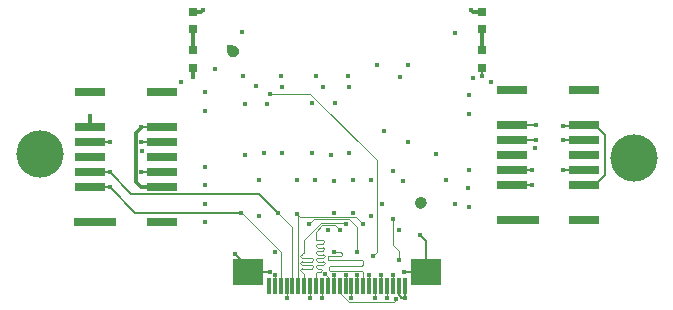
<source format=gbl>
G04*
G04 #@! TF.GenerationSoftware,Altium Limited,Altium Designer,19.0.11 (319)*
G04*
G04 Layer_Physical_Order=4*
G04 Layer_Color=16711680*
%FSLAX44Y44*%
%MOMM*%
G71*
G01*
G75*
%ADD10C,0.2000*%
%ADD12C,0.1000*%
%ADD25R,0.3000X1.4000*%
%ADD26R,2.6500X2.3000*%
%ADD40C,1.0000*%
%ADD41C,0.3000*%
%ADD42C,4.0000*%
%ADD43C,0.4500*%
%ADD44R,2.6000X0.8000*%
%ADD45R,2.6000X0.7000*%
%ADD46R,3.6000X0.8000*%
%ADD47R,0.8000X0.8000*%
D10*
X325500Y8603D02*
X327389Y6714D01*
Y6500D02*
Y6714D01*
Y6500D02*
X330500D01*
X325500Y8603D02*
Y16000D01*
X343250Y59500D02*
X348250Y54500D01*
Y28500D02*
Y54500D01*
X190962Y35288D02*
Y39538D01*
Y35288D02*
X197750Y28500D01*
X187250Y43250D02*
X190962Y39538D01*
X395750Y194000D02*
Y201250D01*
X197750Y28500D02*
X216250D01*
X329750D02*
X348250D01*
X441450Y139700D02*
X441500Y139750D01*
X421250Y139700D02*
X441450D01*
X421250Y152400D02*
X441500D01*
X330500Y6500D02*
Y16000D01*
X206989Y94511D02*
X223250Y78250D01*
X99039Y94511D02*
X206989D01*
X81000Y112550D02*
X99039Y94511D01*
X191750Y78500D02*
X192250Y78000D01*
X102350Y78500D02*
X191750D01*
X81000Y99850D02*
X102350Y78500D01*
X107500Y112650D02*
X124700D01*
X107500Y138050D02*
X124700D01*
X107500Y150750D02*
X124700D01*
X63800Y137950D02*
X81000D01*
X63800Y112550D02*
X81000D01*
X63800Y99850D02*
X81000D01*
X465000Y114350D02*
X482200D01*
X465000Y139750D02*
X482200D01*
X500250Y110100D02*
Y143900D01*
X491750Y152400D02*
X500250Y143900D01*
X481850Y152000D02*
X482250Y152400D01*
X491750D01*
Y101600D02*
X500250Y110100D01*
X482250Y101600D02*
X491750D01*
X421300Y101550D02*
X438500D01*
X421300Y114250D02*
X438500D01*
X421250Y114300D02*
X421300Y114250D01*
X482150Y101500D02*
X482250Y101600D01*
X465000Y152000D02*
X481850D01*
D12*
X244000Y43000D02*
G03*
X245500Y44500I0J1500D01*
G01*
X243889Y43000D02*
G03*
X242389Y41500I0J-1500D01*
G01*
D02*
G03*
X243889Y40000I1500J0D01*
G01*
X253500Y38500D02*
G03*
X252000Y40000I-1500J0D01*
G01*
Y37000D02*
G03*
X253500Y38500I0J1500D01*
G01*
X243889Y37000D02*
G03*
X242389Y35500I0J-1500D01*
G01*
D02*
G03*
X243889Y34000I1500J0D01*
G01*
X253500Y32500D02*
G03*
X252000Y34000I-1500J0D01*
G01*
Y31000D02*
G03*
X253500Y32500I0J1500D01*
G01*
X243889Y31000D02*
G03*
X242389Y29500I0J-1500D01*
G01*
D02*
G03*
X243889Y28000I1500J0D01*
G01*
X245500Y26500D02*
G03*
X244000Y28000I-1500J0D01*
G01*
X255500Y55750D02*
G03*
X256250Y55000I750J0D01*
G01*
X263250Y53500D02*
G03*
X261750Y55000I-1500J0D01*
G01*
Y52000D02*
G03*
X263250Y53500I0J1500D01*
G01*
X257000Y52000D02*
G03*
X255500Y50500I0J-1500D01*
G01*
D02*
G03*
X257000Y49000I1500J0D01*
G01*
X263250Y47500D02*
G03*
X261750Y49000I-1500J0D01*
G01*
Y46000D02*
G03*
X263250Y47500I0J1500D01*
G01*
X257000Y46000D02*
G03*
X255500Y44500I0J-1500D01*
G01*
D02*
G03*
X257000Y43000I1500J0D01*
G01*
X263250Y41500D02*
G03*
X261750Y43000I-1500J0D01*
G01*
Y40000D02*
G03*
X263250Y41500I0J1500D01*
G01*
X257000Y40000D02*
G03*
X255500Y38500I0J-1500D01*
G01*
D02*
G03*
X257000Y37000I1500J0D01*
G01*
X263250Y35500D02*
G03*
X261750Y37000I-1500J0D01*
G01*
Y34000D02*
G03*
X263250Y35500I0J1500D01*
G01*
X257000Y34000D02*
G03*
X255500Y32500I0J-1500D01*
G01*
D02*
G03*
X257000Y31000I1500J0D01*
G01*
X261020Y29500D02*
G03*
X259520Y31000I-1500J0D01*
G01*
Y28000D02*
G03*
X261020Y29500I0J1500D01*
G01*
X257000Y28000D02*
G03*
X255500Y26500I0J-1500D01*
G01*
X260028Y69528D02*
X280222D01*
X245500Y55000D02*
X260028Y69528D01*
X245500Y46250D02*
Y55000D01*
Y16000D02*
Y26500D01*
Y46000D02*
Y46250D01*
Y44500D02*
Y46000D01*
X243889Y43000D02*
X244000D01*
X243889Y40000D02*
X245500D01*
X252000D01*
X245500Y37000D02*
X252000D01*
X243889D02*
X245500D01*
X243889Y34000D02*
X245500D01*
X252000D01*
X245500Y31000D02*
X252000D01*
X243889D02*
X245500D01*
X243889Y28000D02*
X244000D01*
X271861Y67639D02*
X275500Y64000D01*
X260811Y67639D02*
X271861D01*
X255500Y62329D02*
X260811Y67639D01*
X255500Y55750D02*
Y62329D01*
Y16000D02*
Y23500D01*
X256250Y55000D02*
X261750D01*
X257000Y52000D02*
X261750D01*
X257000Y49000D02*
X261750D01*
X257000Y46000D02*
X261750D01*
X257000Y43000D02*
X261750D01*
X257000Y40000D02*
X261750D01*
X257000Y37000D02*
X261750D01*
X257000Y34000D02*
X261750D01*
X257000Y31000D02*
X259520D01*
X257000Y28000D02*
X259520D01*
X255500Y25000D02*
Y26500D01*
Y23500D02*
Y25000D01*
X265750Y42000D02*
X276750D01*
X276414Y45000D02*
X277500Y43914D01*
X270500Y45000D02*
X276414D01*
X277500Y42750D02*
Y43914D01*
X276750Y42000D02*
X277500Y42750D01*
X265250Y41500D02*
X265750Y42000D01*
X265250Y39000D02*
Y41500D01*
Y39000D02*
X265750Y38500D01*
X294500D01*
X295500Y37500D01*
Y34750D02*
Y37500D01*
X294500Y33750D02*
X295500Y34750D01*
X267250Y33750D02*
X294500D01*
X266418Y32918D02*
X267250Y33750D01*
X266418Y30332D02*
Y32918D01*
Y30332D02*
X267250Y29500D01*
X294250D01*
X295500Y28250D01*
X289222Y74778D02*
X295500Y68500D01*
X241972Y74778D02*
X289222D01*
X290500Y45000D02*
Y66182D01*
X240500Y76250D02*
X241972Y74778D01*
X239000Y77750D02*
X240500Y76250D01*
Y16000D02*
Y76250D01*
X306750Y45250D02*
Y123000D01*
X250750Y179000D02*
X306750Y123000D01*
X216500Y179000D02*
X250750D01*
X303500Y42000D02*
X306750Y45250D01*
X192250Y78000D02*
X192646D01*
X225500Y16000D02*
Y45146D01*
X283793Y72889D02*
X290500Y66182D01*
X253889Y72889D02*
X283793D01*
X249750Y68750D02*
X253889Y72889D01*
X295500Y16000D02*
Y28250D01*
X263500Y26250D02*
X265500Y24250D01*
Y16000D02*
Y24250D01*
X260500Y6500D02*
Y16000D01*
X223250Y78250D02*
X235500Y66000D01*
X280222Y69528D02*
X280500Y69250D01*
X235500Y16000D02*
Y66000D01*
X192646Y78000D02*
X225500Y45146D01*
X325750Y38250D02*
Y45750D01*
X320750Y50750D02*
X325750Y45750D01*
X320750Y50750D02*
Y73500D01*
X321111Y2861D02*
X323250Y5000D01*
X283139Y2861D02*
X321111D01*
X275500Y10500D02*
X283139Y2861D01*
X275500Y10500D02*
Y16000D01*
X280500Y16000D02*
Y25744D01*
X280500Y16000D02*
X280500Y16000D01*
X270500Y16000D02*
Y25500D01*
X250500Y6500D02*
Y16000D01*
X230500Y6500D02*
Y16000D01*
X285500Y6500D02*
Y16000D01*
X220500D02*
Y25500D01*
X290500Y16000D02*
Y25500D01*
X300500Y16000D02*
Y25500D01*
X320500Y16000D02*
Y25500D01*
X315500Y6500D02*
Y16000D01*
X310500D02*
Y25500D01*
X305500Y6500D02*
Y16000D01*
D25*
X215500D02*
D03*
X220500D02*
D03*
X225500D02*
D03*
X230500D02*
D03*
X235500D02*
D03*
X240500D02*
D03*
X245500D02*
D03*
X250500D02*
D03*
X255500D02*
D03*
X260500D02*
D03*
X265500D02*
D03*
X270500D02*
D03*
X275500D02*
D03*
X280500D02*
D03*
X285500D02*
D03*
X290500D02*
D03*
X295500D02*
D03*
X300500D02*
D03*
X305500D02*
D03*
X310500D02*
D03*
X315500D02*
D03*
X320500D02*
D03*
X325500D02*
D03*
X330500D02*
D03*
D26*
X197750Y28500D02*
D03*
X348250D02*
D03*
D40*
X185251Y215000D02*
G03*
X185251Y215000I-1J0D01*
G01*
X344251Y86750D02*
G03*
X344251Y86750I-1J0D01*
G01*
D41*
X151250Y193750D02*
Y201250D01*
X63750Y150700D02*
Y160200D01*
X102861Y104289D02*
X107250Y99900D01*
X102861Y104289D02*
Y145843D01*
X107500Y150482D01*
Y150750D01*
X107250Y99900D02*
X124750D01*
X151250Y216250D02*
Y233750D01*
X158500Y248750D02*
X159750Y250000D01*
X151250Y248750D02*
X158500D01*
X388250D02*
X395750D01*
X386750Y250250D02*
X388250Y248750D01*
X395750Y216250D02*
Y233750D01*
D42*
X21500Y128250D02*
D03*
X524500Y124750D02*
D03*
D43*
X290500Y25500D02*
D03*
X286500Y78500D02*
D03*
X295500Y68500D02*
D03*
X192496Y231754D02*
D03*
X151250Y193750D02*
D03*
X395750Y194000D02*
D03*
X343250Y59500D02*
D03*
X187250Y43250D02*
D03*
X388500Y192750D02*
D03*
X373250Y230250D02*
D03*
X385250Y178000D02*
D03*
Y162250D02*
D03*
X441250Y133250D02*
D03*
X385250Y115000D02*
D03*
X365500Y105750D02*
D03*
X321000Y113500D02*
D03*
X328750Y105000D02*
D03*
X302250Y105750D02*
D03*
X286500D02*
D03*
X270750Y105250D02*
D03*
X239000Y105750D02*
D03*
X207500D02*
D03*
X195500Y127750D02*
D03*
X227000Y129250D02*
D03*
X252250Y128750D02*
D03*
X283750Y129250D02*
D03*
X313250Y147500D02*
D03*
X306750Y203750D02*
D03*
X283750Y184500D02*
D03*
X282750Y194000D02*
D03*
X252250Y171000D02*
D03*
X271250D02*
D03*
X214250Y170750D02*
D03*
X195250D02*
D03*
X170000Y200250D02*
D03*
X227000Y184750D02*
D03*
X226000Y194000D02*
D03*
X161750Y180500D02*
D03*
Y164750D02*
D03*
X108500Y130750D02*
D03*
X216250Y28500D02*
D03*
X329750D02*
D03*
X441500Y139750D02*
D03*
Y152400D02*
D03*
X63750Y160200D02*
D03*
X330500Y6500D02*
D03*
X373500Y85500D02*
D03*
X384750Y83500D02*
D03*
X384500Y99250D02*
D03*
X357000Y128000D02*
D03*
X333750Y203750D02*
D03*
X255750Y194000D02*
D03*
X211250Y129250D02*
D03*
X141500Y189250D02*
D03*
X161750Y117500D02*
D03*
X161750Y101750D02*
D03*
Y70250D02*
D03*
Y86000D02*
D03*
X193250Y194000D02*
D03*
X268000Y127500D02*
D03*
X333500Y138000D02*
D03*
X327000Y193750D02*
D03*
X303500Y42000D02*
D03*
X290500Y45000D02*
D03*
X216500Y179000D02*
D03*
X249750Y68750D02*
D03*
X239000Y77750D02*
D03*
X107500Y112650D02*
D03*
Y138050D02*
D03*
Y150750D02*
D03*
X81000Y137950D02*
D03*
Y112550D02*
D03*
Y99850D02*
D03*
X403250Y189000D02*
D03*
X465000Y114350D02*
D03*
Y139750D02*
D03*
X438500Y101550D02*
D03*
Y114250D02*
D03*
X465000Y152000D02*
D03*
X255000Y106000D02*
D03*
X205000Y185500D02*
D03*
X261750Y185250D02*
D03*
X311250Y85500D02*
D03*
X302250Y76000D02*
D03*
X207500D02*
D03*
X270750Y78500D02*
D03*
X263500Y26250D02*
D03*
X260500Y6500D02*
D03*
X191750Y78500D02*
D03*
X223250Y78250D02*
D03*
X320750Y73500D02*
D03*
X325750Y38250D02*
D03*
X323250Y5000D02*
D03*
X280500Y25744D02*
D03*
X270500Y25500D02*
D03*
X280500Y69250D02*
D03*
X250500Y6500D02*
D03*
X230500D02*
D03*
X265500Y64000D02*
D03*
X275500D02*
D03*
X325500D02*
D03*
X270500Y45000D02*
D03*
X220500D02*
D03*
X285500Y6500D02*
D03*
X220500Y25500D02*
D03*
X300500D02*
D03*
X320500D02*
D03*
X315500Y6500D02*
D03*
X310500Y25500D02*
D03*
X305500Y6500D02*
D03*
X159750Y250000D02*
D03*
X386750Y250250D02*
D03*
D44*
X124750Y70300D02*
D03*
Y180300D02*
D03*
X63750D02*
D03*
X482250Y72000D02*
D03*
Y182000D02*
D03*
X421250D02*
D03*
D45*
X124750Y99900D02*
D03*
Y112600D02*
D03*
Y125300D02*
D03*
Y138000D02*
D03*
Y150700D02*
D03*
X63750D02*
D03*
Y138000D02*
D03*
Y125300D02*
D03*
Y112600D02*
D03*
Y99900D02*
D03*
X482250Y101600D02*
D03*
Y114300D02*
D03*
Y127000D02*
D03*
Y139700D02*
D03*
Y152400D02*
D03*
X421250D02*
D03*
Y139700D02*
D03*
Y127000D02*
D03*
Y114300D02*
D03*
Y101600D02*
D03*
D46*
X68750Y70300D02*
D03*
X426250Y72000D02*
D03*
D47*
X395750Y216250D02*
D03*
Y201250D02*
D03*
X151250Y216250D02*
D03*
Y201250D02*
D03*
X395750Y248750D02*
D03*
Y233750D02*
D03*
X151250Y248750D02*
D03*
Y233750D02*
D03*
M02*

</source>
